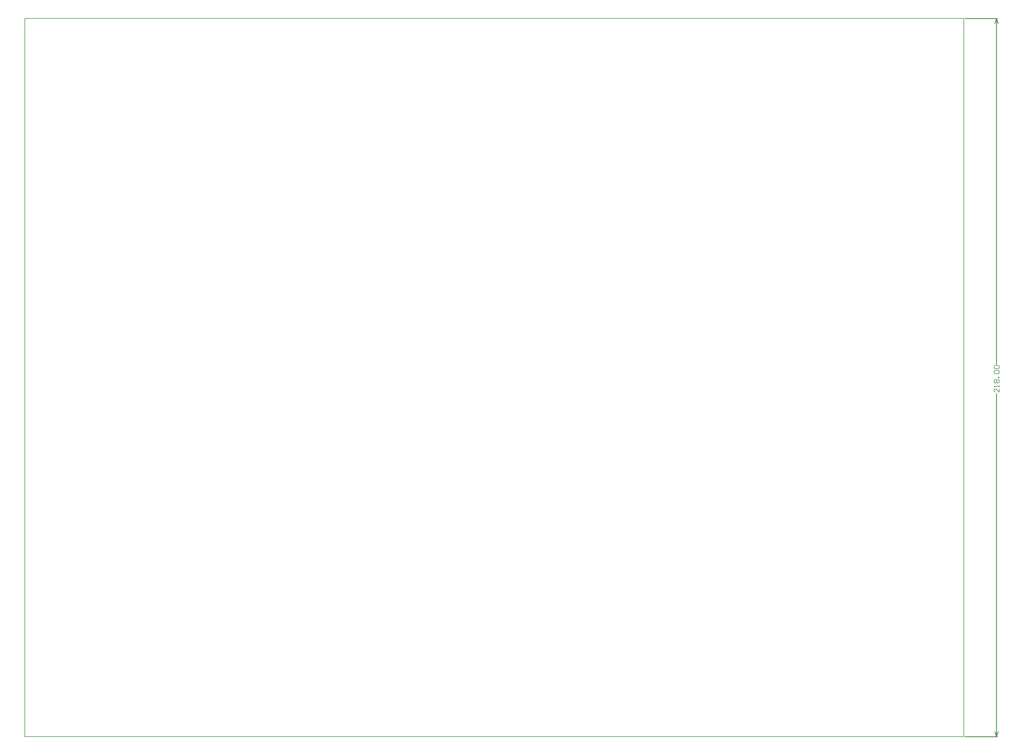
<source format=gm1>
G04*
G04 #@! TF.GenerationSoftware,Altium Limited,Altium Designer,20.0.13 (296)*
G04*
G04 Layer_Color=16711935*
%FSLAX44Y44*%
%MOMM*%
G71*
G01*
G75*
%ADD14C,0.2000*%
%ADD15C,0.2540*%
%ADD114C,0.1524*%
D14*
X930000Y2430000D02*
X930000Y250000D01*
X930000Y2430000D02*
X3780000D01*
X3780000Y250000D01*
X930000D02*
X3780000D01*
D15*
X3879000Y2430000D02*
X3884080Y2414760D01*
X3873920D02*
X3879000Y2430000D01*
X3873920Y265240D02*
X3879000Y250000D01*
X3884080Y265240D01*
X3879000Y1380627D02*
Y2430000D01*
Y250000D02*
Y1291245D01*
X3783540Y2430000D02*
X3881540D01*
X3783540Y250000D02*
X3881540D01*
D114*
X3888141Y1305466D02*
Y1295309D01*
X3877985Y1305466D01*
X3875446D01*
X3872906Y1302927D01*
Y1297848D01*
X3875446Y1295309D01*
X3888141Y1310544D02*
Y1315623D01*
Y1313083D01*
X3872906D01*
X3875446Y1310544D01*
Y1323240D02*
X3872906Y1325779D01*
Y1330858D01*
X3875446Y1333397D01*
X3877985D01*
X3880524Y1330858D01*
X3883063Y1333397D01*
X3885602D01*
X3888141Y1330858D01*
Y1325779D01*
X3885602Y1323240D01*
X3883063D01*
X3880524Y1325779D01*
X3877985Y1323240D01*
X3875446D01*
X3880524Y1325779D02*
Y1330858D01*
X3888141Y1338475D02*
X3885602D01*
Y1341014D01*
X3888141D01*
Y1338475D01*
X3875446Y1351171D02*
X3872906Y1353710D01*
Y1358789D01*
X3875446Y1361328D01*
X3885602D01*
X3888141Y1358789D01*
Y1353710D01*
X3885602Y1351171D01*
X3875446D01*
Y1366406D02*
X3872906Y1368945D01*
Y1374024D01*
X3875446Y1376563D01*
X3885602D01*
X3888141Y1374024D01*
Y1368945D01*
X3885602Y1366406D01*
X3875446D01*
M02*

</source>
